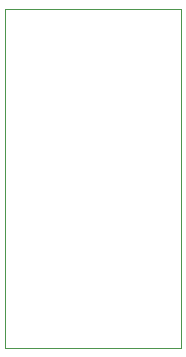
<source format=gbr>
%TF.GenerationSoftware,KiCad,Pcbnew,(6.0.7)*%
%TF.CreationDate,2022-08-07T04:40:04-07:00*%
%TF.ProjectId,SOP44-to-DIP-adapter,534f5034-342d-4746-9f2d-4449502d6164,rev?*%
%TF.SameCoordinates,Original*%
%TF.FileFunction,Profile,NP*%
%FSLAX46Y46*%
G04 Gerber Fmt 4.6, Leading zero omitted, Abs format (unit mm)*
G04 Created by KiCad (PCBNEW (6.0.7)) date 2022-08-07 04:40:04*
%MOMM*%
%LPD*%
G01*
G04 APERTURE LIST*
%TA.AperFunction,Profile*%
%ADD10C,0.100000*%
%TD*%
G04 APERTURE END LIST*
D10*
X141359000Y-67335000D02*
X156281500Y-67335000D01*
X156281500Y-67335000D02*
X156281500Y-96005000D01*
X156281500Y-96005000D02*
X141359000Y-96005000D01*
X141359000Y-96005000D02*
X141359000Y-67335000D01*
M02*

</source>
